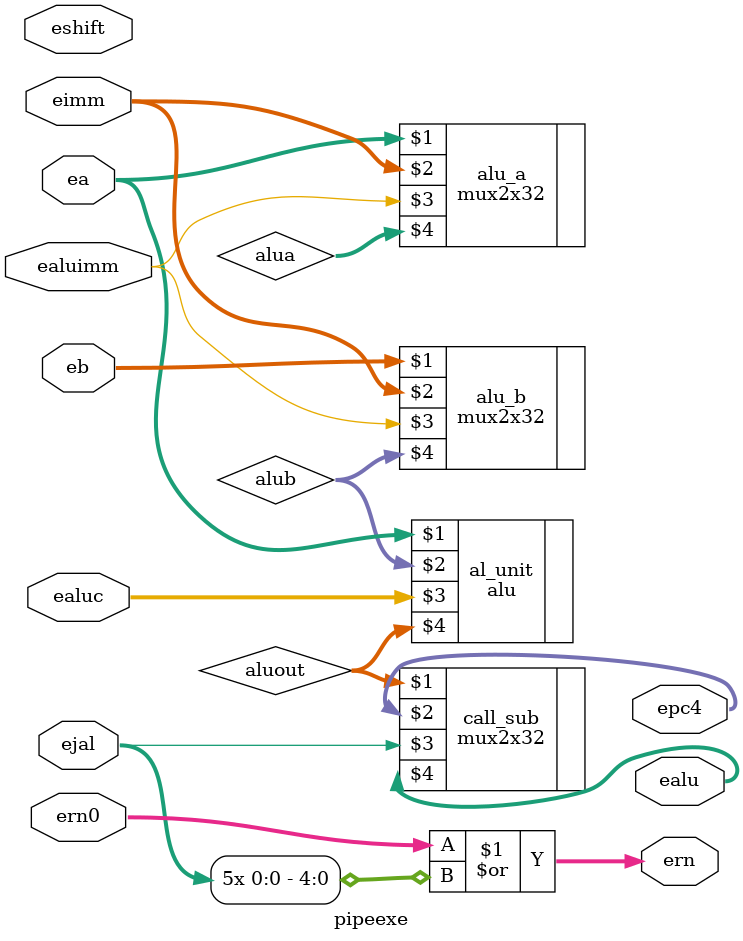
<source format=v>
module pipeexe(ealuc,ealuimm,ea,eb,eimm,eshift,ern0,epc4,ejal,ern,ealu);
input wire[3:0] ealuc;
input wire[31:0] ea, eb, eimm;
input wire ealuimm, eshift;
input wire ejal;
input wire[4:0] ern0;
output wire[4:0] ern;
output wire[31:0] ealu, epc4;
//ealu is the output of pipeexe stage. Note that it can be pc+4.

wire [31:0] alua,alub,aluout;
mux2x32 alu_a(ea,eimm,ealuimm,alua);
mux2x32 alu_b(eb,eimm,ealuimm,alub);
alu al_unit(ea,alub,ealuc,aluout);
mux2x32 call_sub(aluout,epc4,ejal,ealu);
assign ern = ern0 | {5{ejal}}; //write reg no.

endmodule
</source>
